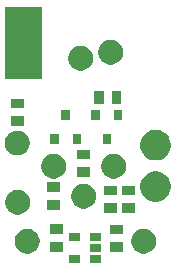
<source format=gbr>
G04 #@! TF.GenerationSoftware,KiCad,Pcbnew,(5.1.5-0-10_14)*
G04 #@! TF.CreationDate,2021-10-06T22:58:41+01:00*
G04 #@! TF.ProjectId,throwie,7468726f-7769-4652-9e6b-696361645f70,rev?*
G04 #@! TF.SameCoordinates,Original*
G04 #@! TF.FileFunction,Soldermask,Top*
G04 #@! TF.FilePolarity,Negative*
%FSLAX46Y46*%
G04 Gerber Fmt 4.6, Leading zero omitted, Abs format (unit mm)*
G04 Created by KiCad (PCBNEW (5.1.5-0-10_14)) date 2021-10-06 22:58:41*
%MOMM*%
%LPD*%
G04 APERTURE LIST*
%ADD10C,0.100000*%
G04 APERTURE END LIST*
D10*
G36*
X60395000Y-89226000D02*
G01*
X59493000Y-89226000D01*
X59493000Y-88574000D01*
X60395000Y-88574000D01*
X60395000Y-89226000D01*
G37*
G36*
X58595000Y-89226000D02*
G01*
X57693000Y-89226000D01*
X57693000Y-88574000D01*
X58595000Y-88574000D01*
X58595000Y-89226000D01*
G37*
G36*
X54465708Y-86371837D02*
G01*
X54656977Y-86451063D01*
X54656979Y-86451064D01*
X54829117Y-86566083D01*
X54975509Y-86712475D01*
X55086220Y-86878165D01*
X55090529Y-86884615D01*
X55169755Y-87075884D01*
X55210144Y-87278932D01*
X55210144Y-87485964D01*
X55169755Y-87689012D01*
X55093200Y-87873833D01*
X55090528Y-87880283D01*
X54975509Y-88052421D01*
X54829117Y-88198813D01*
X54656979Y-88313832D01*
X54656978Y-88313833D01*
X54656977Y-88313833D01*
X54465708Y-88393059D01*
X54262660Y-88433448D01*
X54055628Y-88433448D01*
X53852580Y-88393059D01*
X53661311Y-88313833D01*
X53661310Y-88313833D01*
X53661309Y-88313832D01*
X53489171Y-88198813D01*
X53342779Y-88052421D01*
X53227760Y-87880283D01*
X53225088Y-87873833D01*
X53148533Y-87689012D01*
X53108144Y-87485964D01*
X53108144Y-87278932D01*
X53148533Y-87075884D01*
X53227759Y-86884615D01*
X53232069Y-86878165D01*
X53342779Y-86712475D01*
X53489171Y-86566083D01*
X53661309Y-86451064D01*
X53661311Y-86451063D01*
X53852580Y-86371837D01*
X54055628Y-86331448D01*
X54262660Y-86331448D01*
X54465708Y-86371837D01*
G37*
G36*
X64314564Y-86365389D02*
G01*
X64505833Y-86444615D01*
X64505835Y-86444616D01*
X64515485Y-86451064D01*
X64677973Y-86559635D01*
X64824365Y-86706027D01*
X64939385Y-86878167D01*
X65018611Y-87069436D01*
X65059000Y-87272484D01*
X65059000Y-87479516D01*
X65018611Y-87682564D01*
X64939385Y-87873833D01*
X64939384Y-87873835D01*
X64824365Y-88045973D01*
X64677973Y-88192365D01*
X64505835Y-88307384D01*
X64505834Y-88307385D01*
X64505833Y-88307385D01*
X64314564Y-88386611D01*
X64111516Y-88427000D01*
X63904484Y-88427000D01*
X63701436Y-88386611D01*
X63510167Y-88307385D01*
X63510166Y-88307385D01*
X63510165Y-88307384D01*
X63338027Y-88192365D01*
X63191635Y-88045973D01*
X63076616Y-87873835D01*
X63076615Y-87873833D01*
X62997389Y-87682564D01*
X62957000Y-87479516D01*
X62957000Y-87272484D01*
X62997389Y-87069436D01*
X63076615Y-86878167D01*
X63191635Y-86706027D01*
X63338027Y-86559635D01*
X63500515Y-86451064D01*
X63510165Y-86444616D01*
X63510167Y-86444615D01*
X63701436Y-86365389D01*
X63904484Y-86325000D01*
X64111516Y-86325000D01*
X64314564Y-86365389D01*
G37*
G36*
X62273000Y-88285000D02*
G01*
X61171000Y-88285000D01*
X61171000Y-87483000D01*
X62273000Y-87483000D01*
X62273000Y-88285000D01*
G37*
G36*
X60395000Y-88276000D02*
G01*
X59493000Y-88276000D01*
X59493000Y-87624000D01*
X60395000Y-87624000D01*
X60395000Y-88276000D01*
G37*
G36*
X57193000Y-88261000D02*
G01*
X56091000Y-88261000D01*
X56091000Y-87459000D01*
X57193000Y-87459000D01*
X57193000Y-88261000D01*
G37*
G36*
X60395000Y-87326000D02*
G01*
X59493000Y-87326000D01*
X59493000Y-86674000D01*
X60395000Y-86674000D01*
X60395000Y-87326000D01*
G37*
G36*
X58595000Y-87326000D02*
G01*
X57693000Y-87326000D01*
X57693000Y-86674000D01*
X58595000Y-86674000D01*
X58595000Y-87326000D01*
G37*
G36*
X62273000Y-86785000D02*
G01*
X61171000Y-86785000D01*
X61171000Y-85983000D01*
X62273000Y-85983000D01*
X62273000Y-86785000D01*
G37*
G36*
X57193000Y-86761000D02*
G01*
X56091000Y-86761000D01*
X56091000Y-85959000D01*
X57193000Y-85959000D01*
X57193000Y-86761000D01*
G37*
G36*
X53646564Y-83063389D02*
G01*
X53837833Y-83142615D01*
X53837835Y-83142616D01*
X53931199Y-83205000D01*
X54009973Y-83257635D01*
X54156365Y-83404027D01*
X54271385Y-83576167D01*
X54350611Y-83767436D01*
X54391000Y-83970484D01*
X54391000Y-84177516D01*
X54350611Y-84380564D01*
X54302222Y-84497385D01*
X54271384Y-84571835D01*
X54156365Y-84743973D01*
X54009973Y-84890365D01*
X53837835Y-85005384D01*
X53837834Y-85005385D01*
X53837833Y-85005385D01*
X53646564Y-85084611D01*
X53443516Y-85125000D01*
X53236484Y-85125000D01*
X53033436Y-85084611D01*
X52842167Y-85005385D01*
X52842166Y-85005385D01*
X52842165Y-85005384D01*
X52670027Y-84890365D01*
X52523635Y-84743973D01*
X52408616Y-84571835D01*
X52377778Y-84497385D01*
X52329389Y-84380564D01*
X52289000Y-84177516D01*
X52289000Y-83970484D01*
X52329389Y-83767436D01*
X52408615Y-83576167D01*
X52523635Y-83404027D01*
X52670027Y-83257635D01*
X52748801Y-83205000D01*
X52842165Y-83142616D01*
X52842167Y-83142615D01*
X53033436Y-83063389D01*
X53236484Y-83023000D01*
X53443516Y-83023000D01*
X53646564Y-83063389D01*
G37*
G36*
X63289000Y-84983000D02*
G01*
X62187000Y-84983000D01*
X62187000Y-84181000D01*
X63289000Y-84181000D01*
X63289000Y-84983000D01*
G37*
G36*
X61765000Y-84983000D02*
G01*
X60663000Y-84983000D01*
X60663000Y-84181000D01*
X61765000Y-84181000D01*
X61765000Y-84983000D01*
G37*
G36*
X56915000Y-84705000D02*
G01*
X55813000Y-84705000D01*
X55813000Y-83903000D01*
X56915000Y-83903000D01*
X56915000Y-84705000D01*
G37*
G36*
X59234564Y-82555389D02*
G01*
X59390218Y-82619863D01*
X59425835Y-82634616D01*
X59597973Y-82749635D01*
X59744365Y-82896027D01*
X59856193Y-83063389D01*
X59859385Y-83068167D01*
X59938611Y-83259436D01*
X59979000Y-83462484D01*
X59979000Y-83669516D01*
X59938611Y-83872564D01*
X59926004Y-83903000D01*
X59859384Y-84063835D01*
X59744365Y-84235973D01*
X59597973Y-84382365D01*
X59425835Y-84497384D01*
X59425834Y-84497385D01*
X59425833Y-84497385D01*
X59234564Y-84576611D01*
X59031516Y-84617000D01*
X58824484Y-84617000D01*
X58621436Y-84576611D01*
X58430167Y-84497385D01*
X58430166Y-84497385D01*
X58430165Y-84497384D01*
X58258027Y-84382365D01*
X58111635Y-84235973D01*
X57996616Y-84063835D01*
X57929996Y-83903000D01*
X57917389Y-83872564D01*
X57877000Y-83669516D01*
X57877000Y-83462484D01*
X57917389Y-83259436D01*
X57996615Y-83068167D01*
X57999808Y-83063389D01*
X58111635Y-82896027D01*
X58258027Y-82749635D01*
X58430165Y-82634616D01*
X58465782Y-82619863D01*
X58621436Y-82555389D01*
X58824484Y-82515000D01*
X59031516Y-82515000D01*
X59234564Y-82555389D01*
G37*
G36*
X65403487Y-81496996D02*
G01*
X65640253Y-81595068D01*
X65640255Y-81595069D01*
X65853339Y-81737447D01*
X66034553Y-81918661D01*
X66140352Y-82077000D01*
X66176932Y-82131747D01*
X66275004Y-82368513D01*
X66325000Y-82619861D01*
X66325000Y-82876139D01*
X66275004Y-83127487D01*
X66176932Y-83364253D01*
X66176931Y-83364255D01*
X66034553Y-83577339D01*
X65853339Y-83758553D01*
X65640255Y-83900931D01*
X65640254Y-83900932D01*
X65640253Y-83900932D01*
X65403487Y-83999004D01*
X65152139Y-84049000D01*
X64895861Y-84049000D01*
X64644513Y-83999004D01*
X64407747Y-83900932D01*
X64407746Y-83900932D01*
X64407745Y-83900931D01*
X64194661Y-83758553D01*
X64013447Y-83577339D01*
X63871069Y-83364255D01*
X63871068Y-83364253D01*
X63772996Y-83127487D01*
X63723000Y-82876139D01*
X63723000Y-82619861D01*
X63772996Y-82368513D01*
X63871068Y-82131747D01*
X63907649Y-82077000D01*
X64013447Y-81918661D01*
X64194661Y-81737447D01*
X64407745Y-81595069D01*
X64407747Y-81595068D01*
X64644513Y-81496996D01*
X64895861Y-81447000D01*
X65152139Y-81447000D01*
X65403487Y-81496996D01*
G37*
G36*
X63289000Y-83483000D02*
G01*
X62187000Y-83483000D01*
X62187000Y-82681000D01*
X63289000Y-82681000D01*
X63289000Y-83483000D01*
G37*
G36*
X61765000Y-83483000D02*
G01*
X60663000Y-83483000D01*
X60663000Y-82681000D01*
X61765000Y-82681000D01*
X61765000Y-83483000D01*
G37*
G36*
X56915000Y-83205000D02*
G01*
X55813000Y-83205000D01*
X55813000Y-82403000D01*
X56915000Y-82403000D01*
X56915000Y-83205000D01*
G37*
G36*
X61774564Y-80015389D02*
G01*
X61941932Y-80084715D01*
X61965835Y-80094616D01*
X62137973Y-80209635D01*
X62284365Y-80356027D01*
X62379899Y-80499003D01*
X62399385Y-80528167D01*
X62478611Y-80719436D01*
X62519000Y-80922484D01*
X62519000Y-81129516D01*
X62478611Y-81332564D01*
X62431210Y-81447000D01*
X62399384Y-81523835D01*
X62284365Y-81695973D01*
X62137973Y-81842365D01*
X61965835Y-81957384D01*
X61965834Y-81957385D01*
X61965833Y-81957385D01*
X61774564Y-82036611D01*
X61571516Y-82077000D01*
X61364484Y-82077000D01*
X61161436Y-82036611D01*
X60970167Y-81957385D01*
X60970166Y-81957385D01*
X60970165Y-81957384D01*
X60798027Y-81842365D01*
X60651635Y-81695973D01*
X60536616Y-81523835D01*
X60504790Y-81447000D01*
X60457389Y-81332564D01*
X60417000Y-81129516D01*
X60417000Y-80922484D01*
X60457389Y-80719436D01*
X60536615Y-80528167D01*
X60556102Y-80499003D01*
X60651635Y-80356027D01*
X60798027Y-80209635D01*
X60970165Y-80094616D01*
X60994068Y-80084715D01*
X61161436Y-80015389D01*
X61364484Y-79975000D01*
X61571516Y-79975000D01*
X61774564Y-80015389D01*
G37*
G36*
X56694564Y-80015389D02*
G01*
X56861932Y-80084715D01*
X56885835Y-80094616D01*
X57057973Y-80209635D01*
X57204365Y-80356027D01*
X57299899Y-80499003D01*
X57319385Y-80528167D01*
X57398611Y-80719436D01*
X57439000Y-80922484D01*
X57439000Y-81129516D01*
X57398611Y-81332564D01*
X57351210Y-81447000D01*
X57319384Y-81523835D01*
X57204365Y-81695973D01*
X57057973Y-81842365D01*
X56885835Y-81957384D01*
X56885834Y-81957385D01*
X56885833Y-81957385D01*
X56694564Y-82036611D01*
X56491516Y-82077000D01*
X56284484Y-82077000D01*
X56081436Y-82036611D01*
X55890167Y-81957385D01*
X55890166Y-81957385D01*
X55890165Y-81957384D01*
X55718027Y-81842365D01*
X55571635Y-81695973D01*
X55456616Y-81523835D01*
X55424790Y-81447000D01*
X55377389Y-81332564D01*
X55337000Y-81129516D01*
X55337000Y-80922484D01*
X55377389Y-80719436D01*
X55456615Y-80528167D01*
X55476102Y-80499003D01*
X55571635Y-80356027D01*
X55718027Y-80209635D01*
X55890165Y-80094616D01*
X55914068Y-80084715D01*
X56081436Y-80015389D01*
X56284484Y-79975000D01*
X56491516Y-79975000D01*
X56694564Y-80015389D01*
G37*
G36*
X59479000Y-81935000D02*
G01*
X58377000Y-81935000D01*
X58377000Y-81133000D01*
X59479000Y-81133000D01*
X59479000Y-81935000D01*
G37*
G36*
X65403487Y-77996996D02*
G01*
X65640253Y-78095068D01*
X65640255Y-78095069D01*
X65853339Y-78237447D01*
X66034553Y-78418661D01*
X66139865Y-78576271D01*
X66176932Y-78631747D01*
X66275004Y-78868513D01*
X66325000Y-79119861D01*
X66325000Y-79376139D01*
X66275004Y-79627487D01*
X66176932Y-79864253D01*
X66176931Y-79864255D01*
X66034553Y-80077339D01*
X65853339Y-80258553D01*
X65640255Y-80400931D01*
X65640254Y-80400932D01*
X65640253Y-80400932D01*
X65403487Y-80499004D01*
X65152139Y-80549000D01*
X64895861Y-80549000D01*
X64644513Y-80499004D01*
X64407747Y-80400932D01*
X64407746Y-80400932D01*
X64407745Y-80400931D01*
X64194661Y-80258553D01*
X64013447Y-80077339D01*
X63871069Y-79864255D01*
X63871068Y-79864253D01*
X63772996Y-79627487D01*
X63723000Y-79376139D01*
X63723000Y-79119861D01*
X63772996Y-78868513D01*
X63871068Y-78631747D01*
X63908136Y-78576271D01*
X64013447Y-78418661D01*
X64194661Y-78237447D01*
X64407745Y-78095069D01*
X64407747Y-78095068D01*
X64644513Y-77996996D01*
X64895861Y-77947000D01*
X65152139Y-77947000D01*
X65403487Y-77996996D01*
G37*
G36*
X59479000Y-80435000D02*
G01*
X58377000Y-80435000D01*
X58377000Y-79633000D01*
X59479000Y-79633000D01*
X59479000Y-80435000D01*
G37*
G36*
X53614285Y-78063493D02*
G01*
X53805554Y-78142719D01*
X53805556Y-78142720D01*
X53947325Y-78237447D01*
X53977694Y-78257739D01*
X54124086Y-78404131D01*
X54239106Y-78576271D01*
X54318332Y-78767540D01*
X54358721Y-78970588D01*
X54358721Y-79177620D01*
X54318332Y-79380668D01*
X54239106Y-79571937D01*
X54239105Y-79571939D01*
X54124086Y-79744077D01*
X53977694Y-79890469D01*
X53805556Y-80005488D01*
X53805555Y-80005489D01*
X53805554Y-80005489D01*
X53614285Y-80084715D01*
X53411237Y-80125104D01*
X53204205Y-80125104D01*
X53001157Y-80084715D01*
X52809888Y-80005489D01*
X52809887Y-80005489D01*
X52809886Y-80005488D01*
X52637748Y-79890469D01*
X52491356Y-79744077D01*
X52376337Y-79571939D01*
X52376336Y-79571937D01*
X52297110Y-79380668D01*
X52256721Y-79177620D01*
X52256721Y-78970588D01*
X52297110Y-78767540D01*
X52376336Y-78576271D01*
X52491356Y-78404131D01*
X52637748Y-78257739D01*
X52668117Y-78237447D01*
X52809886Y-78142720D01*
X52809888Y-78142719D01*
X53001157Y-78063493D01*
X53204205Y-78023104D01*
X53411237Y-78023104D01*
X53614285Y-78063493D01*
G37*
G36*
X56805000Y-79179000D02*
G01*
X56103000Y-79179000D01*
X56103000Y-78277000D01*
X56805000Y-78277000D01*
X56805000Y-79179000D01*
G37*
G36*
X58705000Y-79179000D02*
G01*
X58003000Y-79179000D01*
X58003000Y-78277000D01*
X58705000Y-78277000D01*
X58705000Y-79179000D01*
G37*
G36*
X61245000Y-79179000D02*
G01*
X60543000Y-79179000D01*
X60543000Y-78277000D01*
X61245000Y-78277000D01*
X61245000Y-79179000D01*
G37*
G36*
X53891000Y-77617000D02*
G01*
X52789000Y-77617000D01*
X52789000Y-76815000D01*
X53891000Y-76815000D01*
X53891000Y-77617000D01*
G37*
G36*
X60295000Y-77159000D02*
G01*
X59593000Y-77159000D01*
X59593000Y-76257000D01*
X60295000Y-76257000D01*
X60295000Y-77159000D01*
G37*
G36*
X62195000Y-77159000D02*
G01*
X61493000Y-77159000D01*
X61493000Y-76257000D01*
X62195000Y-76257000D01*
X62195000Y-77159000D01*
G37*
G36*
X57755000Y-77159000D02*
G01*
X57053000Y-77159000D01*
X57053000Y-76257000D01*
X57755000Y-76257000D01*
X57755000Y-77159000D01*
G37*
G36*
X53891000Y-76117000D02*
G01*
X52789000Y-76117000D01*
X52789000Y-75315000D01*
X53891000Y-75315000D01*
X53891000Y-76117000D01*
G37*
G36*
X60623000Y-75735000D02*
G01*
X59821000Y-75735000D01*
X59821000Y-74633000D01*
X60623000Y-74633000D01*
X60623000Y-75735000D01*
G37*
G36*
X62123000Y-75735000D02*
G01*
X61321000Y-75735000D01*
X61321000Y-74633000D01*
X62123000Y-74633000D01*
X62123000Y-75735000D01*
G37*
G36*
X55399000Y-73663000D02*
G01*
X52297000Y-73663000D01*
X52297000Y-67561000D01*
X55399000Y-67561000D01*
X55399000Y-73663000D01*
G37*
G36*
X58980564Y-70871389D02*
G01*
X59171833Y-70950615D01*
X59171835Y-70950616D01*
X59343973Y-71065635D01*
X59490365Y-71212027D01*
X59605385Y-71384167D01*
X59684611Y-71575436D01*
X59725000Y-71778484D01*
X59725000Y-71985516D01*
X59684611Y-72188564D01*
X59636222Y-72305385D01*
X59605384Y-72379835D01*
X59490365Y-72551973D01*
X59343973Y-72698365D01*
X59171835Y-72813384D01*
X59171834Y-72813385D01*
X59171833Y-72813385D01*
X58980564Y-72892611D01*
X58777516Y-72933000D01*
X58570484Y-72933000D01*
X58367436Y-72892611D01*
X58176167Y-72813385D01*
X58176166Y-72813385D01*
X58176165Y-72813384D01*
X58004027Y-72698365D01*
X57857635Y-72551973D01*
X57742616Y-72379835D01*
X57711778Y-72305385D01*
X57663389Y-72188564D01*
X57623000Y-71985516D01*
X57623000Y-71778484D01*
X57663389Y-71575436D01*
X57742615Y-71384167D01*
X57857635Y-71212027D01*
X58004027Y-71065635D01*
X58176165Y-70950616D01*
X58176167Y-70950615D01*
X58367436Y-70871389D01*
X58570484Y-70831000D01*
X58777516Y-70831000D01*
X58980564Y-70871389D01*
G37*
G36*
X61520564Y-70363389D02*
G01*
X61711833Y-70442615D01*
X61711835Y-70442616D01*
X61883973Y-70557635D01*
X62030365Y-70704027D01*
X62142193Y-70871389D01*
X62145385Y-70876167D01*
X62224611Y-71067436D01*
X62265000Y-71270484D01*
X62265000Y-71477516D01*
X62224611Y-71680564D01*
X62184051Y-71778484D01*
X62145384Y-71871835D01*
X62030365Y-72043973D01*
X61883973Y-72190365D01*
X61711835Y-72305384D01*
X61711834Y-72305385D01*
X61711833Y-72305385D01*
X61520564Y-72384611D01*
X61317516Y-72425000D01*
X61110484Y-72425000D01*
X60907436Y-72384611D01*
X60716167Y-72305385D01*
X60716166Y-72305385D01*
X60716165Y-72305384D01*
X60544027Y-72190365D01*
X60397635Y-72043973D01*
X60282616Y-71871835D01*
X60243949Y-71778484D01*
X60203389Y-71680564D01*
X60163000Y-71477516D01*
X60163000Y-71270484D01*
X60203389Y-71067436D01*
X60282615Y-70876167D01*
X60285808Y-70871389D01*
X60397635Y-70704027D01*
X60544027Y-70557635D01*
X60716165Y-70442616D01*
X60716167Y-70442615D01*
X60907436Y-70363389D01*
X61110484Y-70323000D01*
X61317516Y-70323000D01*
X61520564Y-70363389D01*
G37*
M02*

</source>
